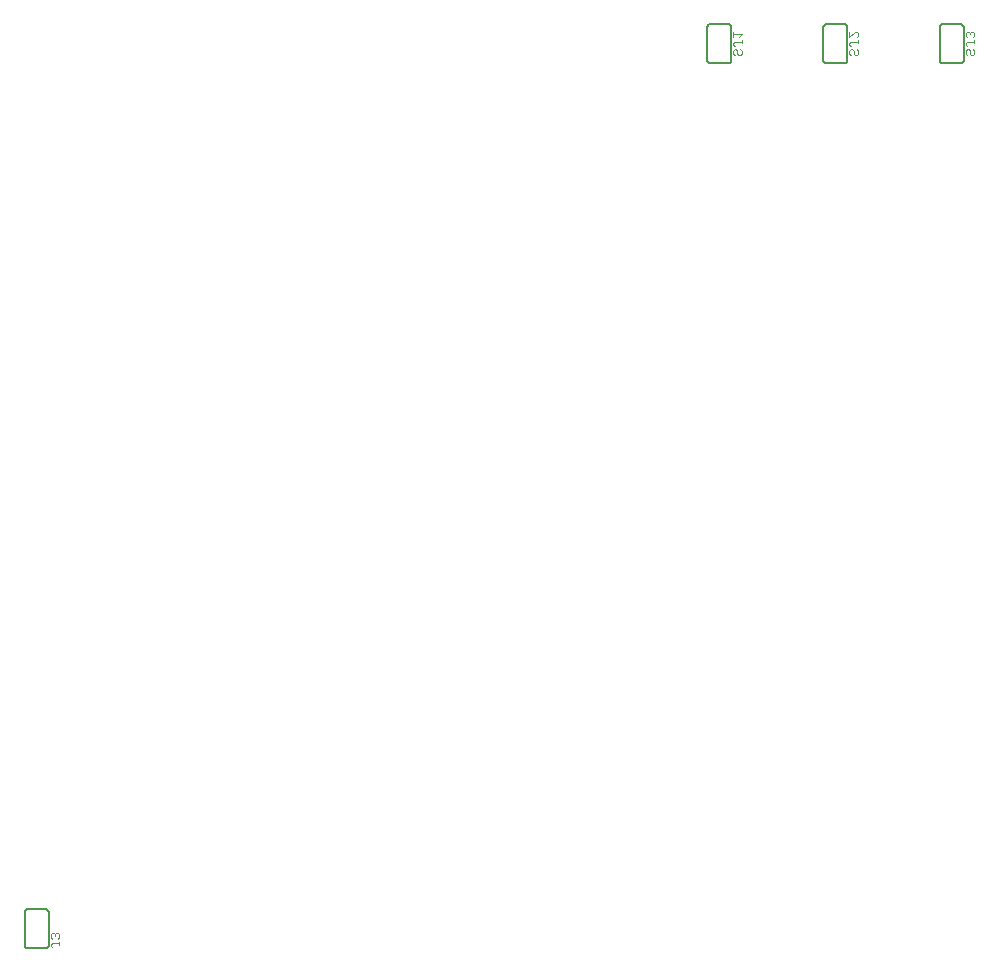
<source format=gbr>
G04 EAGLE Gerber RS-274X export*
G75*
%MOMM*%
%FSLAX34Y34*%
%LPD*%
%INSilkscreen Bottom*%
%IPPOS*%
%AMOC8*
5,1,8,0,0,1.08239X$1,22.5*%
G01*
%ADD10C,0.152400*%
%ADD11C,0.076200*%


D10*
X1580515Y1118870D02*
X1580515Y1090930D01*
X1600835Y1118870D02*
X1600833Y1118970D01*
X1600827Y1119069D01*
X1600817Y1119169D01*
X1600804Y1119267D01*
X1600786Y1119366D01*
X1600765Y1119463D01*
X1600740Y1119559D01*
X1600711Y1119655D01*
X1600678Y1119749D01*
X1600642Y1119842D01*
X1600602Y1119933D01*
X1600558Y1120023D01*
X1600511Y1120111D01*
X1600461Y1120197D01*
X1600407Y1120281D01*
X1600350Y1120363D01*
X1600290Y1120442D01*
X1600226Y1120520D01*
X1600160Y1120594D01*
X1600091Y1120666D01*
X1600019Y1120735D01*
X1599945Y1120801D01*
X1599867Y1120865D01*
X1599788Y1120925D01*
X1599706Y1120982D01*
X1599622Y1121036D01*
X1599536Y1121086D01*
X1599448Y1121133D01*
X1599358Y1121177D01*
X1599267Y1121217D01*
X1599174Y1121253D01*
X1599080Y1121286D01*
X1598984Y1121315D01*
X1598888Y1121340D01*
X1598791Y1121361D01*
X1598692Y1121379D01*
X1598594Y1121392D01*
X1598494Y1121402D01*
X1598395Y1121408D01*
X1598295Y1121410D01*
X1600835Y1090930D02*
X1600833Y1090830D01*
X1600827Y1090731D01*
X1600817Y1090631D01*
X1600804Y1090533D01*
X1600786Y1090434D01*
X1600765Y1090337D01*
X1600740Y1090241D01*
X1600711Y1090145D01*
X1600678Y1090051D01*
X1600642Y1089958D01*
X1600602Y1089867D01*
X1600558Y1089777D01*
X1600511Y1089689D01*
X1600461Y1089603D01*
X1600407Y1089519D01*
X1600350Y1089437D01*
X1600290Y1089358D01*
X1600226Y1089280D01*
X1600160Y1089206D01*
X1600091Y1089134D01*
X1600019Y1089065D01*
X1599945Y1088999D01*
X1599867Y1088935D01*
X1599788Y1088875D01*
X1599706Y1088818D01*
X1599622Y1088764D01*
X1599536Y1088714D01*
X1599448Y1088667D01*
X1599358Y1088623D01*
X1599267Y1088583D01*
X1599174Y1088547D01*
X1599080Y1088514D01*
X1598984Y1088485D01*
X1598888Y1088460D01*
X1598791Y1088439D01*
X1598692Y1088421D01*
X1598594Y1088408D01*
X1598494Y1088398D01*
X1598395Y1088392D01*
X1598295Y1088390D01*
X1583055Y1088390D02*
X1582955Y1088392D01*
X1582856Y1088398D01*
X1582756Y1088408D01*
X1582658Y1088421D01*
X1582559Y1088439D01*
X1582462Y1088460D01*
X1582366Y1088485D01*
X1582270Y1088514D01*
X1582176Y1088547D01*
X1582083Y1088583D01*
X1581992Y1088623D01*
X1581902Y1088667D01*
X1581814Y1088714D01*
X1581728Y1088764D01*
X1581644Y1088818D01*
X1581562Y1088875D01*
X1581483Y1088935D01*
X1581405Y1088999D01*
X1581331Y1089065D01*
X1581259Y1089134D01*
X1581190Y1089206D01*
X1581124Y1089280D01*
X1581060Y1089358D01*
X1581000Y1089437D01*
X1580943Y1089519D01*
X1580889Y1089603D01*
X1580839Y1089689D01*
X1580792Y1089777D01*
X1580748Y1089867D01*
X1580708Y1089958D01*
X1580672Y1090051D01*
X1580639Y1090145D01*
X1580610Y1090241D01*
X1580585Y1090337D01*
X1580564Y1090434D01*
X1580546Y1090533D01*
X1580533Y1090631D01*
X1580523Y1090731D01*
X1580517Y1090830D01*
X1580515Y1090930D01*
X1580515Y1118870D02*
X1580517Y1118970D01*
X1580523Y1119069D01*
X1580533Y1119169D01*
X1580546Y1119267D01*
X1580564Y1119366D01*
X1580585Y1119463D01*
X1580610Y1119559D01*
X1580639Y1119655D01*
X1580672Y1119749D01*
X1580708Y1119842D01*
X1580748Y1119933D01*
X1580792Y1120023D01*
X1580839Y1120111D01*
X1580889Y1120197D01*
X1580943Y1120281D01*
X1581000Y1120363D01*
X1581060Y1120442D01*
X1581124Y1120520D01*
X1581190Y1120594D01*
X1581259Y1120666D01*
X1581331Y1120735D01*
X1581405Y1120801D01*
X1581483Y1120865D01*
X1581562Y1120925D01*
X1581644Y1120982D01*
X1581728Y1121036D01*
X1581814Y1121086D01*
X1581902Y1121133D01*
X1581992Y1121177D01*
X1582083Y1121217D01*
X1582176Y1121253D01*
X1582270Y1121286D01*
X1582366Y1121315D01*
X1582462Y1121340D01*
X1582559Y1121361D01*
X1582658Y1121379D01*
X1582756Y1121392D01*
X1582856Y1121402D01*
X1582955Y1121408D01*
X1583055Y1121410D01*
X1598295Y1121410D01*
X1598295Y1088390D02*
X1583055Y1088390D01*
X1600835Y1090930D02*
X1600835Y1118870D01*
D11*
X1608630Y1100036D02*
X1609858Y1098807D01*
X1609858Y1096350D01*
X1608630Y1095121D01*
X1607401Y1095121D01*
X1606172Y1096350D01*
X1606172Y1098807D01*
X1604943Y1100036D01*
X1603715Y1100036D01*
X1602486Y1098807D01*
X1602486Y1096350D01*
X1603715Y1095121D01*
X1603715Y1102605D02*
X1602486Y1103834D01*
X1602486Y1105063D01*
X1603715Y1106291D01*
X1609858Y1106291D01*
X1609858Y1105063D02*
X1609858Y1107520D01*
X1602486Y1110089D02*
X1602486Y1115004D01*
X1602486Y1110089D02*
X1607401Y1115004D01*
X1608630Y1115004D01*
X1609858Y1113775D01*
X1609858Y1111318D01*
X1608630Y1110089D01*
D10*
X1482090Y1118870D02*
X1482090Y1090930D01*
X1502410Y1118870D02*
X1502408Y1118970D01*
X1502402Y1119069D01*
X1502392Y1119169D01*
X1502379Y1119267D01*
X1502361Y1119366D01*
X1502340Y1119463D01*
X1502315Y1119559D01*
X1502286Y1119655D01*
X1502253Y1119749D01*
X1502217Y1119842D01*
X1502177Y1119933D01*
X1502133Y1120023D01*
X1502086Y1120111D01*
X1502036Y1120197D01*
X1501982Y1120281D01*
X1501925Y1120363D01*
X1501865Y1120442D01*
X1501801Y1120520D01*
X1501735Y1120594D01*
X1501666Y1120666D01*
X1501594Y1120735D01*
X1501520Y1120801D01*
X1501442Y1120865D01*
X1501363Y1120925D01*
X1501281Y1120982D01*
X1501197Y1121036D01*
X1501111Y1121086D01*
X1501023Y1121133D01*
X1500933Y1121177D01*
X1500842Y1121217D01*
X1500749Y1121253D01*
X1500655Y1121286D01*
X1500559Y1121315D01*
X1500463Y1121340D01*
X1500366Y1121361D01*
X1500267Y1121379D01*
X1500169Y1121392D01*
X1500069Y1121402D01*
X1499970Y1121408D01*
X1499870Y1121410D01*
X1502410Y1090930D02*
X1502408Y1090830D01*
X1502402Y1090731D01*
X1502392Y1090631D01*
X1502379Y1090533D01*
X1502361Y1090434D01*
X1502340Y1090337D01*
X1502315Y1090241D01*
X1502286Y1090145D01*
X1502253Y1090051D01*
X1502217Y1089958D01*
X1502177Y1089867D01*
X1502133Y1089777D01*
X1502086Y1089689D01*
X1502036Y1089603D01*
X1501982Y1089519D01*
X1501925Y1089437D01*
X1501865Y1089358D01*
X1501801Y1089280D01*
X1501735Y1089206D01*
X1501666Y1089134D01*
X1501594Y1089065D01*
X1501520Y1088999D01*
X1501442Y1088935D01*
X1501363Y1088875D01*
X1501281Y1088818D01*
X1501197Y1088764D01*
X1501111Y1088714D01*
X1501023Y1088667D01*
X1500933Y1088623D01*
X1500842Y1088583D01*
X1500749Y1088547D01*
X1500655Y1088514D01*
X1500559Y1088485D01*
X1500463Y1088460D01*
X1500366Y1088439D01*
X1500267Y1088421D01*
X1500169Y1088408D01*
X1500069Y1088398D01*
X1499970Y1088392D01*
X1499870Y1088390D01*
X1484630Y1088390D02*
X1484530Y1088392D01*
X1484431Y1088398D01*
X1484331Y1088408D01*
X1484233Y1088421D01*
X1484134Y1088439D01*
X1484037Y1088460D01*
X1483941Y1088485D01*
X1483845Y1088514D01*
X1483751Y1088547D01*
X1483658Y1088583D01*
X1483567Y1088623D01*
X1483477Y1088667D01*
X1483389Y1088714D01*
X1483303Y1088764D01*
X1483219Y1088818D01*
X1483137Y1088875D01*
X1483058Y1088935D01*
X1482980Y1088999D01*
X1482906Y1089065D01*
X1482834Y1089134D01*
X1482765Y1089206D01*
X1482699Y1089280D01*
X1482635Y1089358D01*
X1482575Y1089437D01*
X1482518Y1089519D01*
X1482464Y1089603D01*
X1482414Y1089689D01*
X1482367Y1089777D01*
X1482323Y1089867D01*
X1482283Y1089958D01*
X1482247Y1090051D01*
X1482214Y1090145D01*
X1482185Y1090241D01*
X1482160Y1090337D01*
X1482139Y1090434D01*
X1482121Y1090533D01*
X1482108Y1090631D01*
X1482098Y1090731D01*
X1482092Y1090830D01*
X1482090Y1090930D01*
X1482090Y1118870D02*
X1482092Y1118970D01*
X1482098Y1119069D01*
X1482108Y1119169D01*
X1482121Y1119267D01*
X1482139Y1119366D01*
X1482160Y1119463D01*
X1482185Y1119559D01*
X1482214Y1119655D01*
X1482247Y1119749D01*
X1482283Y1119842D01*
X1482323Y1119933D01*
X1482367Y1120023D01*
X1482414Y1120111D01*
X1482464Y1120197D01*
X1482518Y1120281D01*
X1482575Y1120363D01*
X1482635Y1120442D01*
X1482699Y1120520D01*
X1482765Y1120594D01*
X1482834Y1120666D01*
X1482906Y1120735D01*
X1482980Y1120801D01*
X1483058Y1120865D01*
X1483137Y1120925D01*
X1483219Y1120982D01*
X1483303Y1121036D01*
X1483389Y1121086D01*
X1483477Y1121133D01*
X1483567Y1121177D01*
X1483658Y1121217D01*
X1483751Y1121253D01*
X1483845Y1121286D01*
X1483941Y1121315D01*
X1484037Y1121340D01*
X1484134Y1121361D01*
X1484233Y1121379D01*
X1484331Y1121392D01*
X1484431Y1121402D01*
X1484530Y1121408D01*
X1484630Y1121410D01*
X1499870Y1121410D01*
X1499870Y1088390D02*
X1484630Y1088390D01*
X1502410Y1090930D02*
X1502410Y1118870D01*
D11*
X1510205Y1100036D02*
X1511433Y1098807D01*
X1511433Y1096350D01*
X1510205Y1095121D01*
X1508976Y1095121D01*
X1507747Y1096350D01*
X1507747Y1098807D01*
X1506518Y1100036D01*
X1505290Y1100036D01*
X1504061Y1098807D01*
X1504061Y1096350D01*
X1505290Y1095121D01*
X1505290Y1102605D02*
X1504061Y1103834D01*
X1504061Y1105063D01*
X1505290Y1106291D01*
X1511433Y1106291D01*
X1511433Y1105063D02*
X1511433Y1107520D01*
X1508976Y1110089D02*
X1511433Y1112547D01*
X1504061Y1112547D01*
X1504061Y1115004D02*
X1504061Y1110089D01*
D10*
X1678940Y1118870D02*
X1678940Y1090930D01*
X1699260Y1118870D02*
X1699258Y1118970D01*
X1699252Y1119069D01*
X1699242Y1119169D01*
X1699229Y1119267D01*
X1699211Y1119366D01*
X1699190Y1119463D01*
X1699165Y1119559D01*
X1699136Y1119655D01*
X1699103Y1119749D01*
X1699067Y1119842D01*
X1699027Y1119933D01*
X1698983Y1120023D01*
X1698936Y1120111D01*
X1698886Y1120197D01*
X1698832Y1120281D01*
X1698775Y1120363D01*
X1698715Y1120442D01*
X1698651Y1120520D01*
X1698585Y1120594D01*
X1698516Y1120666D01*
X1698444Y1120735D01*
X1698370Y1120801D01*
X1698292Y1120865D01*
X1698213Y1120925D01*
X1698131Y1120982D01*
X1698047Y1121036D01*
X1697961Y1121086D01*
X1697873Y1121133D01*
X1697783Y1121177D01*
X1697692Y1121217D01*
X1697599Y1121253D01*
X1697505Y1121286D01*
X1697409Y1121315D01*
X1697313Y1121340D01*
X1697216Y1121361D01*
X1697117Y1121379D01*
X1697019Y1121392D01*
X1696919Y1121402D01*
X1696820Y1121408D01*
X1696720Y1121410D01*
X1699260Y1090930D02*
X1699258Y1090830D01*
X1699252Y1090731D01*
X1699242Y1090631D01*
X1699229Y1090533D01*
X1699211Y1090434D01*
X1699190Y1090337D01*
X1699165Y1090241D01*
X1699136Y1090145D01*
X1699103Y1090051D01*
X1699067Y1089958D01*
X1699027Y1089867D01*
X1698983Y1089777D01*
X1698936Y1089689D01*
X1698886Y1089603D01*
X1698832Y1089519D01*
X1698775Y1089437D01*
X1698715Y1089358D01*
X1698651Y1089280D01*
X1698585Y1089206D01*
X1698516Y1089134D01*
X1698444Y1089065D01*
X1698370Y1088999D01*
X1698292Y1088935D01*
X1698213Y1088875D01*
X1698131Y1088818D01*
X1698047Y1088764D01*
X1697961Y1088714D01*
X1697873Y1088667D01*
X1697783Y1088623D01*
X1697692Y1088583D01*
X1697599Y1088547D01*
X1697505Y1088514D01*
X1697409Y1088485D01*
X1697313Y1088460D01*
X1697216Y1088439D01*
X1697117Y1088421D01*
X1697019Y1088408D01*
X1696919Y1088398D01*
X1696820Y1088392D01*
X1696720Y1088390D01*
X1681480Y1088390D02*
X1681380Y1088392D01*
X1681281Y1088398D01*
X1681181Y1088408D01*
X1681083Y1088421D01*
X1680984Y1088439D01*
X1680887Y1088460D01*
X1680791Y1088485D01*
X1680695Y1088514D01*
X1680601Y1088547D01*
X1680508Y1088583D01*
X1680417Y1088623D01*
X1680327Y1088667D01*
X1680239Y1088714D01*
X1680153Y1088764D01*
X1680069Y1088818D01*
X1679987Y1088875D01*
X1679908Y1088935D01*
X1679830Y1088999D01*
X1679756Y1089065D01*
X1679684Y1089134D01*
X1679615Y1089206D01*
X1679549Y1089280D01*
X1679485Y1089358D01*
X1679425Y1089437D01*
X1679368Y1089519D01*
X1679314Y1089603D01*
X1679264Y1089689D01*
X1679217Y1089777D01*
X1679173Y1089867D01*
X1679133Y1089958D01*
X1679097Y1090051D01*
X1679064Y1090145D01*
X1679035Y1090241D01*
X1679010Y1090337D01*
X1678989Y1090434D01*
X1678971Y1090533D01*
X1678958Y1090631D01*
X1678948Y1090731D01*
X1678942Y1090830D01*
X1678940Y1090930D01*
X1678940Y1118870D02*
X1678942Y1118970D01*
X1678948Y1119069D01*
X1678958Y1119169D01*
X1678971Y1119267D01*
X1678989Y1119366D01*
X1679010Y1119463D01*
X1679035Y1119559D01*
X1679064Y1119655D01*
X1679097Y1119749D01*
X1679133Y1119842D01*
X1679173Y1119933D01*
X1679217Y1120023D01*
X1679264Y1120111D01*
X1679314Y1120197D01*
X1679368Y1120281D01*
X1679425Y1120363D01*
X1679485Y1120442D01*
X1679549Y1120520D01*
X1679615Y1120594D01*
X1679684Y1120666D01*
X1679756Y1120735D01*
X1679830Y1120801D01*
X1679908Y1120865D01*
X1679987Y1120925D01*
X1680069Y1120982D01*
X1680153Y1121036D01*
X1680239Y1121086D01*
X1680327Y1121133D01*
X1680417Y1121177D01*
X1680508Y1121217D01*
X1680601Y1121253D01*
X1680695Y1121286D01*
X1680791Y1121315D01*
X1680887Y1121340D01*
X1680984Y1121361D01*
X1681083Y1121379D01*
X1681181Y1121392D01*
X1681281Y1121402D01*
X1681380Y1121408D01*
X1681480Y1121410D01*
X1696720Y1121410D01*
X1696720Y1088390D02*
X1681480Y1088390D01*
X1699260Y1090930D02*
X1699260Y1118870D01*
D11*
X1707055Y1100036D02*
X1708283Y1098807D01*
X1708283Y1096350D01*
X1707055Y1095121D01*
X1705826Y1095121D01*
X1704597Y1096350D01*
X1704597Y1098807D01*
X1703368Y1100036D01*
X1702140Y1100036D01*
X1700911Y1098807D01*
X1700911Y1096350D01*
X1702140Y1095121D01*
X1702140Y1102605D02*
X1700911Y1103834D01*
X1700911Y1105063D01*
X1702140Y1106291D01*
X1708283Y1106291D01*
X1708283Y1105063D02*
X1708283Y1107520D01*
X1707055Y1110089D02*
X1708283Y1111318D01*
X1708283Y1113775D01*
X1707055Y1115004D01*
X1705826Y1115004D01*
X1704597Y1113775D01*
X1704597Y1112547D01*
X1704597Y1113775D02*
X1703368Y1115004D01*
X1702140Y1115004D01*
X1700911Y1113775D01*
X1700911Y1111318D01*
X1702140Y1110089D01*
D10*
X904240Y369570D02*
X904240Y341630D01*
X924560Y369570D02*
X924558Y369670D01*
X924552Y369769D01*
X924542Y369869D01*
X924529Y369967D01*
X924511Y370066D01*
X924490Y370163D01*
X924465Y370259D01*
X924436Y370355D01*
X924403Y370449D01*
X924367Y370542D01*
X924327Y370633D01*
X924283Y370723D01*
X924236Y370811D01*
X924186Y370897D01*
X924132Y370981D01*
X924075Y371063D01*
X924015Y371142D01*
X923951Y371220D01*
X923885Y371294D01*
X923816Y371366D01*
X923744Y371435D01*
X923670Y371501D01*
X923592Y371565D01*
X923513Y371625D01*
X923431Y371682D01*
X923347Y371736D01*
X923261Y371786D01*
X923173Y371833D01*
X923083Y371877D01*
X922992Y371917D01*
X922899Y371953D01*
X922805Y371986D01*
X922709Y372015D01*
X922613Y372040D01*
X922516Y372061D01*
X922417Y372079D01*
X922319Y372092D01*
X922219Y372102D01*
X922120Y372108D01*
X922020Y372110D01*
X924560Y341630D02*
X924558Y341530D01*
X924552Y341431D01*
X924542Y341331D01*
X924529Y341233D01*
X924511Y341134D01*
X924490Y341037D01*
X924465Y340941D01*
X924436Y340845D01*
X924403Y340751D01*
X924367Y340658D01*
X924327Y340567D01*
X924283Y340477D01*
X924236Y340389D01*
X924186Y340303D01*
X924132Y340219D01*
X924075Y340137D01*
X924015Y340058D01*
X923951Y339980D01*
X923885Y339906D01*
X923816Y339834D01*
X923744Y339765D01*
X923670Y339699D01*
X923592Y339635D01*
X923513Y339575D01*
X923431Y339518D01*
X923347Y339464D01*
X923261Y339414D01*
X923173Y339367D01*
X923083Y339323D01*
X922992Y339283D01*
X922899Y339247D01*
X922805Y339214D01*
X922709Y339185D01*
X922613Y339160D01*
X922516Y339139D01*
X922417Y339121D01*
X922319Y339108D01*
X922219Y339098D01*
X922120Y339092D01*
X922020Y339090D01*
X906780Y339090D02*
X906680Y339092D01*
X906581Y339098D01*
X906481Y339108D01*
X906383Y339121D01*
X906284Y339139D01*
X906187Y339160D01*
X906091Y339185D01*
X905995Y339214D01*
X905901Y339247D01*
X905808Y339283D01*
X905717Y339323D01*
X905627Y339367D01*
X905539Y339414D01*
X905453Y339464D01*
X905369Y339518D01*
X905287Y339575D01*
X905208Y339635D01*
X905130Y339699D01*
X905056Y339765D01*
X904984Y339834D01*
X904915Y339906D01*
X904849Y339980D01*
X904785Y340058D01*
X904725Y340137D01*
X904668Y340219D01*
X904614Y340303D01*
X904564Y340389D01*
X904517Y340477D01*
X904473Y340567D01*
X904433Y340658D01*
X904397Y340751D01*
X904364Y340845D01*
X904335Y340941D01*
X904310Y341037D01*
X904289Y341134D01*
X904271Y341233D01*
X904258Y341331D01*
X904248Y341431D01*
X904242Y341530D01*
X904240Y341630D01*
X904240Y369570D02*
X904242Y369670D01*
X904248Y369769D01*
X904258Y369869D01*
X904271Y369967D01*
X904289Y370066D01*
X904310Y370163D01*
X904335Y370259D01*
X904364Y370355D01*
X904397Y370449D01*
X904433Y370542D01*
X904473Y370633D01*
X904517Y370723D01*
X904564Y370811D01*
X904614Y370897D01*
X904668Y370981D01*
X904725Y371063D01*
X904785Y371142D01*
X904849Y371220D01*
X904915Y371294D01*
X904984Y371366D01*
X905056Y371435D01*
X905130Y371501D01*
X905208Y371565D01*
X905287Y371625D01*
X905369Y371682D01*
X905453Y371736D01*
X905539Y371786D01*
X905627Y371833D01*
X905717Y371877D01*
X905808Y371917D01*
X905901Y371953D01*
X905995Y371986D01*
X906091Y372015D01*
X906187Y372040D01*
X906284Y372061D01*
X906383Y372079D01*
X906481Y372092D01*
X906581Y372102D01*
X906680Y372108D01*
X906780Y372110D01*
X922020Y372110D01*
X922020Y339090D02*
X906780Y339090D01*
X924560Y341630D02*
X924560Y369570D01*
D11*
X926211Y340700D02*
X927440Y339471D01*
X926211Y340700D02*
X926211Y341928D01*
X927440Y343157D01*
X933583Y343157D01*
X933583Y341928D02*
X933583Y344386D01*
X932355Y346955D02*
X933583Y348184D01*
X933583Y350641D01*
X932355Y351870D01*
X931126Y351870D01*
X929897Y350641D01*
X929897Y349413D01*
X929897Y350641D02*
X928668Y351870D01*
X927440Y351870D01*
X926211Y350641D01*
X926211Y348184D01*
X927440Y346955D01*
M02*

</source>
